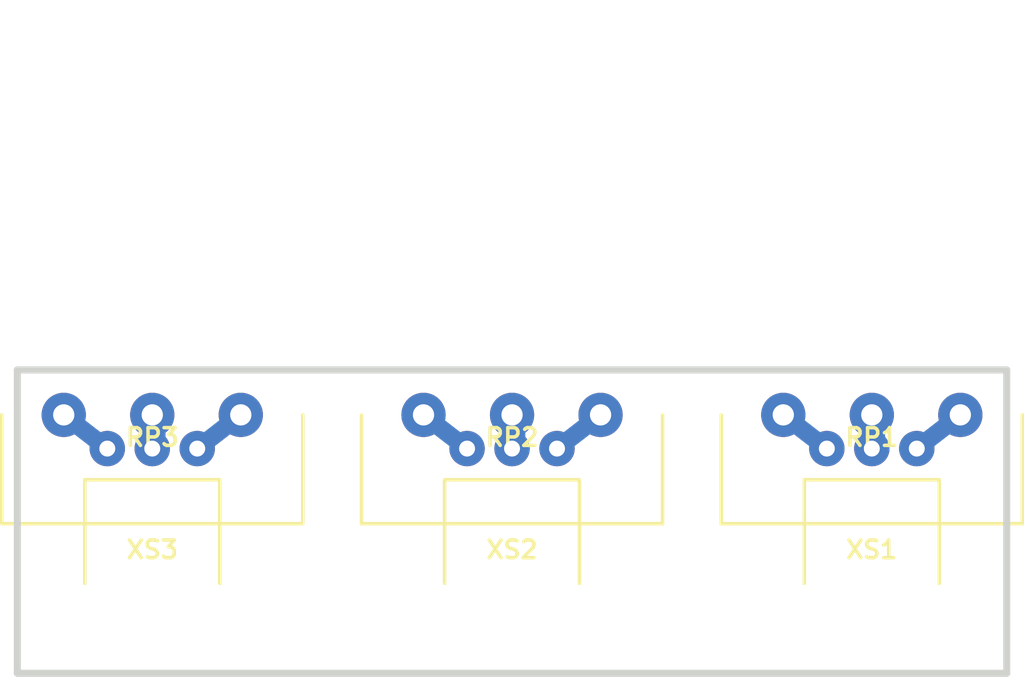
<source format=kicad_pcb>
(kicad_pcb (version 20171130) (host pcbnew 5.1.12-84ad8e8a86~92~ubuntu20.04.1)

  (general
    (thickness 1.6)
    (drawings 7)
    (tracks 9)
    (zones 0)
    (modules 6)
    (nets 10)
  )

  (page A4 portrait)
  (title_block
    (title ТКП-1.29.A-1)
    (date 2023-12-21)
    (rev 1A)
    (company "Edamamer Potentiometer Board [REV1A]")
    (comment 1 http://github.com/Adept666)
    (comment 2 "Igor Ivanov (Игорь Иванов)")
    (comment 3 -ТТКРЧПДЛ-)
    (comment 4 "This project is licensed under GNU General Public License v3.0 or later")
  )

  (layers
    (0 F.Cu jumper)
    (31 B.Cu signal)
    (38 B.Mask user)
    (44 Edge.Cuts user)
    (45 Margin user)
    (46 B.CrtYd user)
    (47 F.CrtYd user)
    (49 F.Fab user)
  )

  (setup
    (last_trace_width 1)
    (user_trace_width 0.6)
    (trace_clearance 0)
    (zone_clearance 0.6)
    (zone_45_only no)
    (trace_min 0.2)
    (via_size 1.5)
    (via_drill 0.5)
    (via_min_size 0.4)
    (via_min_drill 0.3)
    (uvia_size 0.3)
    (uvia_drill 0.1)
    (uvias_allowed no)
    (uvia_min_size 0)
    (uvia_min_drill 0)
    (edge_width 0.4)
    (segment_width 0.2)
    (pcb_text_width 0.3)
    (pcb_text_size 1.5 1.5)
    (mod_edge_width 0.15)
    (mod_text_size 1 1)
    (mod_text_width 0.15)
    (pad_size 2 2)
    (pad_drill 1)
    (pad_to_mask_clearance 0.2)
    (solder_mask_min_width 0.1)
    (aux_axis_origin 0 0)
    (visible_elements 7FFFFFFF)
    (pcbplotparams
      (layerselection 0x20000_7ffffffe)
      (usegerberextensions false)
      (usegerberattributes false)
      (usegerberadvancedattributes false)
      (creategerberjobfile false)
      (excludeedgelayer false)
      (linewidth 0.100000)
      (plotframeref true)
      (viasonmask false)
      (mode 1)
      (useauxorigin false)
      (hpglpennumber 1)
      (hpglpenspeed 20)
      (hpglpendiameter 15.000000)
      (psnegative false)
      (psa4output false)
      (plotreference false)
      (plotvalue true)
      (plotinvisibletext false)
      (padsonsilk true)
      (subtractmaskfromsilk false)
      (outputformat 4)
      (mirror false)
      (drillshape 0)
      (scaleselection 1)
      (outputdirectory ""))
  )

  (net 0 "")
  (net 1 "Net-(RP1-Pad3)")
  (net 2 "Net-(RP1-Pad1)")
  (net 3 "Net-(RP1-Pad2)")
  (net 4 "Net-(RP2-Pad3)")
  (net 5 "Net-(RP2-Pad1)")
  (net 6 "Net-(RP2-Pad2)")
  (net 7 "Net-(RP3-Pad3)")
  (net 8 "Net-(RP3-Pad1)")
  (net 9 "Net-(RP3-Pad2)")

  (net_class Default "This is the default net class."
    (clearance 0)
    (trace_width 1)
    (via_dia 1.5)
    (via_drill 0.5)
    (uvia_dia 0.3)
    (uvia_drill 0.1)
    (add_net "Net-(RP1-Pad1)")
    (add_net "Net-(RP1-Pad2)")
    (add_net "Net-(RP1-Pad3)")
    (add_net "Net-(RP2-Pad1)")
    (add_net "Net-(RP2-Pad2)")
    (add_net "Net-(RP2-Pad3)")
    (add_net "Net-(RP3-Pad1)")
    (add_net "Net-(RP3-Pad2)")
    (add_net "Net-(RP3-Pad3)")
  )

  (module SBKCL-TH-SL:RP-PDB181-K-20-P-CIRCULAR (layer F.Cu) (tedit 61D0A493) (tstamp 608AEDE7)
    (at 85.09 142.875 180)
    (path /60857FB0)
    (fp_text reference RP3 (at 0 -1.27 180) (layer F.SilkS)
      (effects (font (size 1 1) (thickness 0.2)))
    )
    (fp_text value "RP3: A500K" (at 0 -1.27 180) (layer F.Fab)
      (effects (font (size 1 1) (thickness 0.2)))
    )
    (fp_line (start -8.5 -6.15) (end 8.5 -6.15) (layer F.Fab) (width 0.2))
    (fp_line (start -8.5 3.35) (end 8.5 3.35) (layer F.Fab) (width 0.2))
    (fp_line (start -3 23.35) (end 3 23.35) (layer F.Fab) (width 0.2))
    (fp_line (start -8.5 -6.15) (end -8.5 3.35) (layer F.Fab) (width 0.2))
    (fp_line (start 8.5 -6.15) (end 8.5 3.35) (layer F.Fab) (width 0.2))
    (fp_line (start -3.5 3.35) (end -3.5 9.85) (layer F.Fab) (width 0.2))
    (fp_line (start 3.5 3.35) (end 3.5 9.85) (layer F.Fab) (width 0.2))
    (fp_line (start -3 9.85) (end -3 23.35) (layer F.Fab) (width 0.2))
    (fp_line (start 3 9.85) (end 3 23.35) (layer F.Fab) (width 0.2))
    (fp_line (start -3.5 9.85) (end 3.5 9.85) (layer F.Fab) (width 0.2))
    (fp_line (start -8.5 -6.15) (end 8.5 -6.15) (layer F.SilkS) (width 0.2))
    (fp_line (start -8.5 -6.15) (end -8.5 0) (layer F.SilkS) (width 0.2))
    (fp_line (start 8.5 -6.15) (end 8.5 0) (layer F.SilkS) (width 0.2))
    (fp_line (start -8.5 -6.15) (end 8.5 -6.15) (layer F.CrtYd) (width 0.1))
    (fp_line (start -8.5 23.35) (end 8.5 23.35) (layer F.CrtYd) (width 0.1))
    (fp_line (start -8.5 -6.15) (end -8.5 23.35) (layer F.CrtYd) (width 0.1))
    (fp_line (start 8.5 -6.15) (end 8.5 23.35) (layer F.CrtYd) (width 0.1))
    (fp_line (start -8.5 5.35) (end -7.366 5.35) (layer F.Fab) (width 0.2))
    (fp_line (start -8.5 3.35) (end -8.5 5.35) (layer F.Fab) (width 0.2))
    (fp_line (start -7.3 3.35) (end -7.3 5.35) (layer F.Fab) (width 0.2))
    (pad 3 thru_hole circle (at 5 0 180) (size 2.5 2.5) (drill 1.2) (layers B.Cu B.Mask)
      (net 7 "Net-(RP3-Pad3)"))
    (pad 1 thru_hole circle (at -5 0 180) (size 2.5 2.5) (drill 1.2) (layers B.Cu B.Mask)
      (net 8 "Net-(RP3-Pad1)"))
    (pad 2 thru_hole circle (at 0 0 180) (size 2.5 2.5) (drill 1.2) (layers B.Cu B.Mask)
      (net 9 "Net-(RP3-Pad2)"))
  )

  (module SBKCL-TH-SL:RP-PDB181-K-20-P-CIRCULAR (layer F.Cu) (tedit 61D0A493) (tstamp 61D124B1)
    (at 105.41 142.875 180)
    (path /5FE7A122)
    (fp_text reference RP2 (at 0 -1.27 180) (layer F.SilkS)
      (effects (font (size 1 1) (thickness 0.2)))
    )
    (fp_text value "RP2: A500K" (at 0 -1.27 180) (layer F.Fab)
      (effects (font (size 1 1) (thickness 0.2)))
    )
    (fp_line (start -8.5 -6.15) (end 8.5 -6.15) (layer F.Fab) (width 0.2))
    (fp_line (start -8.5 3.35) (end 8.5 3.35) (layer F.Fab) (width 0.2))
    (fp_line (start -3 23.35) (end 3 23.35) (layer F.Fab) (width 0.2))
    (fp_line (start -8.5 -6.15) (end -8.5 3.35) (layer F.Fab) (width 0.2))
    (fp_line (start 8.5 -6.15) (end 8.5 3.35) (layer F.Fab) (width 0.2))
    (fp_line (start -3.5 3.35) (end -3.5 9.85) (layer F.Fab) (width 0.2))
    (fp_line (start 3.5 3.35) (end 3.5 9.85) (layer F.Fab) (width 0.2))
    (fp_line (start -3 9.85) (end -3 23.35) (layer F.Fab) (width 0.2))
    (fp_line (start 3 9.85) (end 3 23.35) (layer F.Fab) (width 0.2))
    (fp_line (start -3.5 9.85) (end 3.5 9.85) (layer F.Fab) (width 0.2))
    (fp_line (start -8.5 -6.15) (end 8.5 -6.15) (layer F.SilkS) (width 0.2))
    (fp_line (start -8.5 -6.15) (end -8.5 0) (layer F.SilkS) (width 0.2))
    (fp_line (start 8.5 -6.15) (end 8.5 0) (layer F.SilkS) (width 0.2))
    (fp_line (start -8.5 -6.15) (end 8.5 -6.15) (layer F.CrtYd) (width 0.1))
    (fp_line (start -8.5 23.35) (end 8.5 23.35) (layer F.CrtYd) (width 0.1))
    (fp_line (start -8.5 -6.15) (end -8.5 23.35) (layer F.CrtYd) (width 0.1))
    (fp_line (start 8.5 -6.15) (end 8.5 23.35) (layer F.CrtYd) (width 0.1))
    (fp_line (start -8.5 5.35) (end -7.366 5.35) (layer F.Fab) (width 0.2))
    (fp_line (start -8.5 3.35) (end -8.5 5.35) (layer F.Fab) (width 0.2))
    (fp_line (start -7.3 3.35) (end -7.3 5.35) (layer F.Fab) (width 0.2))
    (pad 3 thru_hole circle (at 5 0 180) (size 2.5 2.5) (drill 1.2) (layers B.Cu B.Mask)
      (net 4 "Net-(RP2-Pad3)"))
    (pad 1 thru_hole circle (at -5 0 180) (size 2.5 2.5) (drill 1.2) (layers B.Cu B.Mask)
      (net 5 "Net-(RP2-Pad1)"))
    (pad 2 thru_hole circle (at 0 0 180) (size 2.5 2.5) (drill 1.2) (layers B.Cu B.Mask)
      (net 6 "Net-(RP2-Pad2)"))
  )

  (module SBKCL-TH-SL:RP-PDB181-K-20-P-CIRCULAR (layer F.Cu) (tedit 61D0A493) (tstamp 608AEE6A)
    (at 125.73 142.875 180)
    (path /60859B26)
    (fp_text reference RP1 (at 0 -1.27 180) (layer F.SilkS)
      (effects (font (size 1 1) (thickness 0.2)))
    )
    (fp_text value "RP1: A100K" (at 0 -1.27 180) (layer F.Fab)
      (effects (font (size 1 1) (thickness 0.2)))
    )
    (fp_line (start -8.5 -6.15) (end 8.5 -6.15) (layer F.Fab) (width 0.2))
    (fp_line (start -8.5 3.35) (end 8.5 3.35) (layer F.Fab) (width 0.2))
    (fp_line (start -3 23.35) (end 3 23.35) (layer F.Fab) (width 0.2))
    (fp_line (start -8.5 -6.15) (end -8.5 3.35) (layer F.Fab) (width 0.2))
    (fp_line (start 8.5 -6.15) (end 8.5 3.35) (layer F.Fab) (width 0.2))
    (fp_line (start -3.5 3.35) (end -3.5 9.85) (layer F.Fab) (width 0.2))
    (fp_line (start 3.5 3.35) (end 3.5 9.85) (layer F.Fab) (width 0.2))
    (fp_line (start -3 9.85) (end -3 23.35) (layer F.Fab) (width 0.2))
    (fp_line (start 3 9.85) (end 3 23.35) (layer F.Fab) (width 0.2))
    (fp_line (start -3.5 9.85) (end 3.5 9.85) (layer F.Fab) (width 0.2))
    (fp_line (start -8.5 -6.15) (end 8.5 -6.15) (layer F.SilkS) (width 0.2))
    (fp_line (start -8.5 -6.15) (end -8.5 0) (layer F.SilkS) (width 0.2))
    (fp_line (start 8.5 -6.15) (end 8.5 0) (layer F.SilkS) (width 0.2))
    (fp_line (start -8.5 -6.15) (end 8.5 -6.15) (layer F.CrtYd) (width 0.1))
    (fp_line (start -8.5 23.35) (end 8.5 23.35) (layer F.CrtYd) (width 0.1))
    (fp_line (start -8.5 -6.15) (end -8.5 23.35) (layer F.CrtYd) (width 0.1))
    (fp_line (start 8.5 -6.15) (end 8.5 23.35) (layer F.CrtYd) (width 0.1))
    (fp_line (start -8.5 5.35) (end -7.366 5.35) (layer F.Fab) (width 0.2))
    (fp_line (start -8.5 3.35) (end -8.5 5.35) (layer F.Fab) (width 0.2))
    (fp_line (start -7.3 3.35) (end -7.3 5.35) (layer F.Fab) (width 0.2))
    (pad 3 thru_hole circle (at 5 0 180) (size 2.5 2.5) (drill 1.2) (layers B.Cu B.Mask)
      (net 1 "Net-(RP1-Pad3)"))
    (pad 1 thru_hole circle (at -5 0 180) (size 2.5 2.5) (drill 1.2) (layers B.Cu B.Mask)
      (net 2 "Net-(RP1-Pad1)"))
    (pad 2 thru_hole circle (at 0 0 180) (size 2.5 2.5) (drill 1.2) (layers B.Cu B.Mask)
      (net 3 "Net-(RP1-Pad2)"))
  )

  (module SBKCL-TH-SL:CON-PBS-03R-CIRCULAR (layer F.Cu) (tedit 61D0BD5E) (tstamp 61D11E80)
    (at 85.09 144.78)
    (path /61D2BAE9)
    (fp_text reference XS3 (at 0 5.715) (layer F.SilkS)
      (effects (font (size 1 1) (thickness 0.2)))
    )
    (fp_text value PBS-03R (at 0 5.715) (layer F.Fab)
      (effects (font (size 1 1) (thickness 0.2)))
    )
    (fp_line (start 3.81 1.76) (end 3.81 10.16) (layer F.Fab) (width 0.2))
    (fp_line (start -3.81 1.76) (end -3.81 10.16) (layer F.Fab) (width 0.2))
    (fp_line (start -3.81 10.16) (end 3.81 10.16) (layer F.Fab) (width 0.2))
    (fp_line (start -3.81 1.76) (end 3.81 1.76) (layer F.Fab) (width 0.2))
    (fp_line (start -3.81 1.76) (end 3.81 1.76) (layer F.SilkS) (width 0.2))
    (fp_line (start -3.81 1.76) (end -3.81 7.62) (layer F.SilkS) (width 0.2))
    (fp_line (start 3.81 1.76) (end 3.81 7.62) (layer F.SilkS) (width 0.2))
    (fp_line (start -3.81 -0.45) (end 3.81 -0.45) (layer F.CrtYd) (width 0.1))
    (fp_line (start -3.81 10.16) (end 3.81 10.16) (layer F.CrtYd) (width 0.1))
    (fp_line (start -3.81 -0.45) (end -3.81 10.16) (layer F.CrtYd) (width 0.1))
    (fp_line (start 3.81 -0.45) (end 3.81 10.16) (layer F.CrtYd) (width 0.1))
    (pad 3 thru_hole circle (at 2.54 0) (size 2 2) (drill 0.9) (layers B.Cu B.Mask)
      (net 8 "Net-(RP3-Pad1)"))
    (pad 2 thru_hole circle (at 0 0) (size 2 2) (drill 0.9) (layers B.Cu B.Mask)
      (net 9 "Net-(RP3-Pad2)"))
    (pad 1 thru_hole circle (at -2.54 0) (size 2 2) (drill 0.9) (layers B.Cu B.Mask)
      (net 7 "Net-(RP3-Pad3)"))
  )

  (module SBKCL-TH-SL:CON-PBS-03R-CIRCULAR (layer F.Cu) (tedit 61D0BD5E) (tstamp 60031F53)
    (at 105.41 144.78)
    (path /61D2AFAE)
    (fp_text reference XS2 (at 0 5.715) (layer F.SilkS)
      (effects (font (size 1 1) (thickness 0.2)))
    )
    (fp_text value PBS-03R (at 0 5.715) (layer F.Fab)
      (effects (font (size 1 1) (thickness 0.2)))
    )
    (fp_line (start 3.81 1.76) (end 3.81 10.16) (layer F.Fab) (width 0.2))
    (fp_line (start -3.81 1.76) (end -3.81 10.16) (layer F.Fab) (width 0.2))
    (fp_line (start -3.81 10.16) (end 3.81 10.16) (layer F.Fab) (width 0.2))
    (fp_line (start -3.81 1.76) (end 3.81 1.76) (layer F.Fab) (width 0.2))
    (fp_line (start -3.81 1.76) (end 3.81 1.76) (layer F.SilkS) (width 0.2))
    (fp_line (start -3.81 1.76) (end -3.81 7.62) (layer F.SilkS) (width 0.2))
    (fp_line (start 3.81 1.76) (end 3.81 7.62) (layer F.SilkS) (width 0.2))
    (fp_line (start -3.81 -0.45) (end 3.81 -0.45) (layer F.CrtYd) (width 0.1))
    (fp_line (start -3.81 10.16) (end 3.81 10.16) (layer F.CrtYd) (width 0.1))
    (fp_line (start -3.81 -0.45) (end -3.81 10.16) (layer F.CrtYd) (width 0.1))
    (fp_line (start 3.81 -0.45) (end 3.81 10.16) (layer F.CrtYd) (width 0.1))
    (pad 3 thru_hole circle (at 2.54 0) (size 2 2) (drill 0.9) (layers B.Cu B.Mask)
      (net 5 "Net-(RP2-Pad1)"))
    (pad 2 thru_hole circle (at 0 0) (size 2 2) (drill 0.9) (layers B.Cu B.Mask)
      (net 6 "Net-(RP2-Pad2)"))
    (pad 1 thru_hole circle (at -2.54 0) (size 2 2) (drill 0.9) (layers B.Cu B.Mask)
      (net 4 "Net-(RP2-Pad3)"))
  )

  (module SBKCL-TH-SL:CON-PBS-03R-CIRCULAR (layer F.Cu) (tedit 61D0BD5E) (tstamp 6083D2A8)
    (at 125.73 144.78)
    (path /60859B2C)
    (fp_text reference XS1 (at 0 5.715) (layer F.SilkS)
      (effects (font (size 1 1) (thickness 0.2)))
    )
    (fp_text value PBS-03R (at 0 5.715) (layer F.Fab)
      (effects (font (size 1 1) (thickness 0.2)))
    )
    (fp_line (start 3.81 1.76) (end 3.81 10.16) (layer F.Fab) (width 0.2))
    (fp_line (start -3.81 1.76) (end -3.81 10.16) (layer F.Fab) (width 0.2))
    (fp_line (start -3.81 10.16) (end 3.81 10.16) (layer F.Fab) (width 0.2))
    (fp_line (start -3.81 1.76) (end 3.81 1.76) (layer F.Fab) (width 0.2))
    (fp_line (start -3.81 1.76) (end 3.81 1.76) (layer F.SilkS) (width 0.2))
    (fp_line (start -3.81 1.76) (end -3.81 7.62) (layer F.SilkS) (width 0.2))
    (fp_line (start 3.81 1.76) (end 3.81 7.62) (layer F.SilkS) (width 0.2))
    (fp_line (start -3.81 -0.45) (end 3.81 -0.45) (layer F.CrtYd) (width 0.1))
    (fp_line (start -3.81 10.16) (end 3.81 10.16) (layer F.CrtYd) (width 0.1))
    (fp_line (start -3.81 -0.45) (end -3.81 10.16) (layer F.CrtYd) (width 0.1))
    (fp_line (start 3.81 -0.45) (end 3.81 10.16) (layer F.CrtYd) (width 0.1))
    (pad 3 thru_hole circle (at 2.54 0) (size 2 2) (drill 0.9) (layers B.Cu B.Mask)
      (net 2 "Net-(RP1-Pad1)"))
    (pad 2 thru_hole circle (at 0 0) (size 2 2) (drill 0.9) (layers B.Cu B.Mask)
      (net 3 "Net-(RP1-Pad2)"))
    (pad 1 thru_hole circle (at -2.54 0) (size 2 2) (drill 0.9) (layers B.Cu B.Mask)
      (net 1 "Net-(RP1-Pad3)"))
  )

  (gr_line (start 125.73 142.875) (end 125.73 144.78) (layer B.Mask) (width 1.9) (tstamp 61D12603))
  (gr_line (start 105.41 142.875) (end 105.41 144.78) (layer B.Mask) (width 1.9) (tstamp 61D12603))
  (gr_line (start 85.09 142.875) (end 85.09 144.78) (layer B.Mask) (width 1.9) (tstamp 61D12603))
  (gr_line (start 133.35 140.335) (end 133.35 157.48) (layer Edge.Cuts) (width 0.4) (tstamp 5FE6F872))
  (gr_line (start 77.47 140.335) (end 77.47 157.48) (layer Edge.Cuts) (width 0.4) (tstamp 5FE6F872))
  (gr_line (start 77.47 157.48) (end 133.35 157.48) (layer Edge.Cuts) (width 0.4) (tstamp 5FE6FAB1))
  (gr_line (start 77.47 140.335) (end 133.35 140.335) (layer Edge.Cuts) (width 0.4) (tstamp 5FE6F86E))

  (segment (start 123.19 144.78) (end 120.73 142.875) (width 1) (layer B.Cu) (net 1))
  (segment (start 128.27 144.78) (end 130.73 142.875) (width 1) (layer B.Cu) (net 2))
  (segment (start 125.73 144.78) (end 125.73 142.875) (width 1.5) (layer B.Cu) (net 3))
  (segment (start 102.87 144.78) (end 100.41 142.875) (width 1) (layer B.Cu) (net 4))
  (segment (start 107.95 144.78) (end 110.41 142.875) (width 1) (layer B.Cu) (net 5))
  (segment (start 105.41 144.78) (end 105.41 142.875) (width 1.5) (layer B.Cu) (net 6))
  (segment (start 82.55 144.78) (end 80.09 142.875) (width 1) (layer B.Cu) (net 7))
  (segment (start 87.63 144.78) (end 90.09 142.875) (width 1) (layer B.Cu) (net 8))
  (segment (start 85.09 144.78) (end 85.09 142.875) (width 1.5) (layer B.Cu) (net 9))

)

</source>
